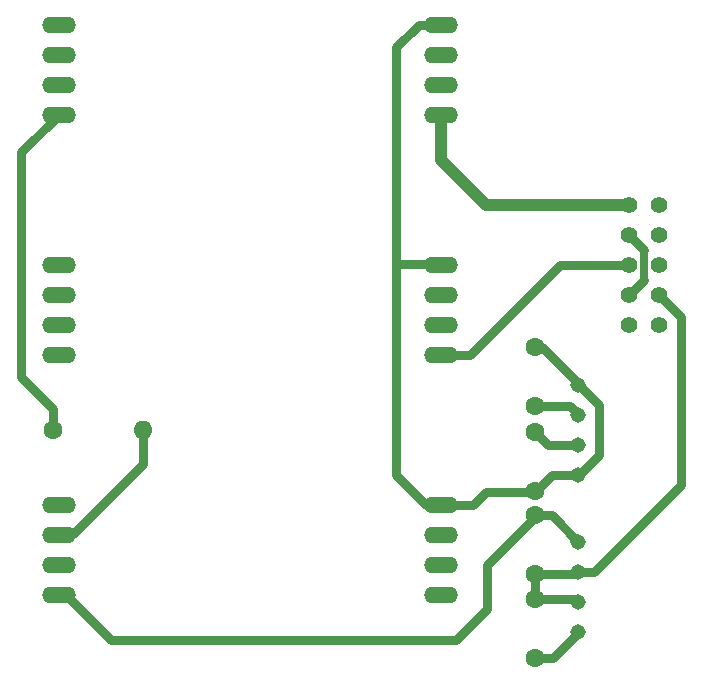
<source format=gbr>
%TF.GenerationSoftware,KiCad,Pcbnew,6.0.9-1.fc36*%
%TF.CreationDate,2022-12-06T19:06:56+01:00*%
%TF.ProjectId,iBolit_daughter,69426f6c-6974-45f6-9461-756768746572,rev?*%
%TF.SameCoordinates,Original*%
%TF.FileFunction,Copper,L2,Bot*%
%TF.FilePolarity,Positive*%
%FSLAX46Y46*%
G04 Gerber Fmt 4.6, Leading zero omitted, Abs format (unit mm)*
G04 Created by KiCad (PCBNEW 6.0.9-1.fc36) date 2022-12-06 19:06:56*
%MOMM*%
%LPD*%
G01*
G04 APERTURE LIST*
%TA.AperFunction,ComponentPad*%
%ADD10C,1.600000*%
%TD*%
%TA.AperFunction,ComponentPad*%
%ADD11O,1.600000X1.600000*%
%TD*%
%TA.AperFunction,ComponentPad*%
%ADD12C,1.308000*%
%TD*%
%TA.AperFunction,ComponentPad*%
%ADD13R,1.308000X1.308000*%
%TD*%
%TA.AperFunction,ComponentPad*%
%ADD14C,1.422400*%
%TD*%
%TA.AperFunction,ComponentPad*%
%ADD15O,2.844800X1.422400*%
%TD*%
%TA.AperFunction,Conductor*%
%ADD16C,0.762000*%
%TD*%
%TA.AperFunction,Conductor*%
%ADD17C,1.016000*%
%TD*%
%TA.AperFunction,Conductor*%
%ADD18C,0.700000*%
%TD*%
G04 APERTURE END LIST*
D10*
%TO.P,C9,1*%
%TO.N,Net-(JP5-Pad1)*%
X164084000Y-122381000D03*
%TO.P,C9,2*%
%TO.N,/GND1*%
X164084000Y-127381000D03*
%TD*%
%TO.P,C8,1*%
%TO.N,Net-(DC2-Pad2)*%
X164084000Y-115316000D03*
%TO.P,C8,2*%
%TO.N,/GND2*%
X164084000Y-120316000D03*
%TD*%
%TO.P,C6,1*%
%TO.N,/GND1*%
X164084000Y-129493000D03*
%TO.P,C6,2*%
%TO.N,/-12VIN*%
X164084000Y-134493000D03*
%TD*%
%TO.P,C7,1*%
%TO.N,/GND2*%
X164084000Y-108157000D03*
%TO.P,C7,2*%
%TO.N,/-12VOUT*%
X164084000Y-113157000D03*
%TD*%
%TO.P,R1,1,1*%
%TO.N,/+5VIN*%
X123230000Y-115150000D03*
D11*
%TO.P,R1,2,2*%
%TO.N,Net-(JP5-Pad3)*%
X130850000Y-115150000D03*
%TD*%
D12*
%TO.P,DC2,4,+VOUT*%
%TO.N,/GND2*%
X167741600Y-111353600D03*
%TO.P,DC2,3,-VOUT*%
%TO.N,/-12VOUT*%
X167741600Y-113893600D03*
%TO.P,DC2,2,+VIN*%
%TO.N,Net-(DC2-Pad2)*%
X167741600Y-116433600D03*
%TO.P,DC2,1,-VIN*%
%TO.N,/GND2*%
X167741600Y-118973600D03*
%TD*%
%TO.P,DC1,4,+VOUT*%
%TO.N,Net-(JP5-Pad1)*%
X167741600Y-124688600D03*
%TO.P,DC1,3,-VOUT*%
%TO.N,/GND1*%
X167741600Y-127228600D03*
%TO.P,DC1,2,+VIN*%
X167741600Y-129768600D03*
%TO.P,DC1,1,-VIN*%
%TO.N,/-12VIN*%
X167741600Y-132308600D03*
%TD*%
D13*
%TO.P,X3,GNDIN,GNDI*%
%TO.N,/GND1*%
X123736100Y-121513600D03*
%TO.P,X3,GNDOUT,GNDO*%
%TO.N,/GND2*%
X156121100Y-121513600D03*
%TO.P,X3,NC1,NC1*%
%TO.N,Net-(JP5-Pad3)*%
X123736100Y-124053600D03*
%TO.P,X3,NC2,NC2*%
%TO.N,Net-(JP5-Pad2)*%
X123736100Y-126593600D03*
%TO.P,X3,NC3,NC3*%
%TO.N,Net-(JP8-Pad3)*%
X156121100Y-126593600D03*
%TO.P,X3,NC4,NC4*%
%TO.N,Net-(JP8-Pad2)*%
X156121100Y-124053600D03*
%TO.P,X3,VIN,VIN*%
%TO.N,Net-(JP5-Pad1)*%
X123736100Y-129133600D03*
%TO.P,X3,VOUT,VOUT*%
%TO.N,Net-(DC2-Pad2)*%
X156121100Y-129133600D03*
%TD*%
%TO.P,X2,GNDIN,GNDI*%
%TO.N,/GND1*%
X123736100Y-101193600D03*
%TO.P,X2,GNDOUT,GNDO*%
%TO.N,/GND2*%
X156121100Y-101193600D03*
%TO.P,X2,NC1,NC1*%
%TO.N,Net-(JP4-Pad3)*%
X123736100Y-103733600D03*
%TO.P,X2,NC2,NC2*%
%TO.N,Net-(JP4-Pad2)*%
X123736100Y-106273600D03*
%TO.P,X2,NC3,NC3*%
%TO.N,Net-(JP7-Pad3)*%
X156121100Y-106273600D03*
%TO.P,X2,NC4,NC4*%
%TO.N,Net-(JP7-Pad2)*%
X156121100Y-103733600D03*
%TO.P,X2,VIN,VIN*%
%TO.N,/+12VIN*%
X123736100Y-108813600D03*
%TO.P,X2,VOUT,VOUT*%
%TO.N,/+12VOUT*%
X156121100Y-108813600D03*
%TD*%
%TO.P,X1,GNDIN,GNDI*%
%TO.N,/GND1*%
X123736100Y-80873600D03*
%TO.P,X1,GNDOUT,GNDO*%
%TO.N,/GND2*%
X156121100Y-80873600D03*
%TO.P,X1,NC1,NC1*%
%TO.N,Net-(JP3-Pad3)*%
X123736100Y-83413600D03*
%TO.P,X1,NC2,NC2*%
%TO.N,Net-(JP3-Pad2)*%
X123736100Y-85953600D03*
%TO.P,X1,NC3,NC3*%
%TO.N,Net-(JP6-Pad3)*%
X156121100Y-85953600D03*
%TO.P,X1,NC4,NC4*%
%TO.N,Net-(JP6-Pad2)*%
X156121100Y-83413600D03*
%TO.P,X1,VIN,VIN*%
%TO.N,/+5VIN*%
X123736100Y-88493600D03*
%TO.P,X1,VOUT,VOUT*%
%TO.N,/+5VOUT*%
X156121100Y-88493600D03*
%TD*%
D14*
%TO.P,JP2,1,1*%
%TO.N,/-12VIN*%
X174536100Y-106273600D03*
%TO.P,JP2,2,2*%
%TO.N,/-12VOUT*%
X171996100Y-106273600D03*
%TO.P,JP2,3,3*%
%TO.N,/GND1*%
X174536100Y-103733600D03*
%TO.P,JP2,4,4*%
%TO.N,/GND2*%
X171996100Y-103733600D03*
%TO.P,JP2,5,5*%
%TO.N,/+12VIN*%
X174536100Y-101193600D03*
%TO.P,JP2,6,6*%
%TO.N,/+12VOUT*%
X171996100Y-101193600D03*
%TO.P,JP2,7,7*%
%TO.N,/GND1*%
X174536100Y-98653600D03*
%TO.P,JP2,8,8*%
%TO.N,/GND2*%
X171996100Y-98653600D03*
%TO.P,JP2,9,9*%
%TO.N,/+5VIN*%
X174536100Y-96113600D03*
%TO.P,JP2,10,10*%
%TO.N,/+5VOUT*%
X171996100Y-96113600D03*
%TD*%
D15*
%TO.P,JP3,4,4*%
%TO.N,/GND1*%
X123736100Y-80873600D03*
%TO.P,JP3,3,3*%
%TO.N,Net-(JP3-Pad3)*%
X123736100Y-83413600D03*
%TO.P,JP3,2,2*%
%TO.N,Net-(JP3-Pad2)*%
X123736100Y-85953600D03*
%TO.P,JP3,1,1*%
%TO.N,/+5VIN*%
X123736100Y-88493600D03*
%TD*%
%TO.P,JP4,4,4*%
%TO.N,/GND1*%
X123736100Y-101193600D03*
%TO.P,JP4,3,3*%
%TO.N,Net-(JP4-Pad3)*%
X123736100Y-103733600D03*
%TO.P,JP4,2,2*%
%TO.N,Net-(JP4-Pad2)*%
X123736100Y-106273600D03*
%TO.P,JP4,1,1*%
%TO.N,/+12VIN*%
X123736100Y-108813600D03*
%TD*%
%TO.P,JP5,4,4*%
%TO.N,/GND1*%
X123736100Y-121513600D03*
%TO.P,JP5,3,3*%
%TO.N,Net-(JP5-Pad3)*%
X123736100Y-124053600D03*
%TO.P,JP5,2,2*%
%TO.N,Net-(JP5-Pad2)*%
X123736100Y-126593600D03*
%TO.P,JP5,1,1*%
%TO.N,Net-(JP5-Pad1)*%
X123736100Y-129133600D03*
%TD*%
%TO.P,JP6,4,4*%
%TO.N,/+5VOUT*%
X156121100Y-88493600D03*
%TO.P,JP6,3,3*%
%TO.N,Net-(JP6-Pad3)*%
X156121100Y-85953600D03*
%TO.P,JP6,2,2*%
%TO.N,Net-(JP6-Pad2)*%
X156121100Y-83413600D03*
%TO.P,JP6,1,1*%
%TO.N,/GND2*%
X156121100Y-80873600D03*
%TD*%
%TO.P,JP7,4,4*%
%TO.N,/+12VOUT*%
X156121100Y-108813600D03*
%TO.P,JP7,3,3*%
%TO.N,Net-(JP7-Pad3)*%
X156121100Y-106273600D03*
%TO.P,JP7,2,2*%
%TO.N,Net-(JP7-Pad2)*%
X156121100Y-103733600D03*
%TO.P,JP7,1,1*%
%TO.N,/GND2*%
X156121100Y-101193600D03*
%TD*%
%TO.P,JP8,4,4*%
%TO.N,Net-(DC2-Pad2)*%
X156121100Y-129133600D03*
%TO.P,JP8,3,3*%
%TO.N,Net-(JP8-Pad3)*%
X156121100Y-126593600D03*
%TO.P,JP8,2,2*%
%TO.N,Net-(JP8-Pad2)*%
X156121100Y-124053600D03*
%TO.P,JP8,1,1*%
%TO.N,/GND2*%
X156121100Y-121513600D03*
%TD*%
D16*
%TO.N,Net-(JP5-Pad1)*%
X160020000Y-126619000D02*
X164258000Y-122381000D01*
X167741600Y-124663200D02*
X167741600Y-124688600D01*
X165459400Y-122381000D02*
X167741600Y-124663200D01*
X164258000Y-122381000D02*
X165459400Y-122381000D01*
X160020000Y-130314700D02*
X160020000Y-126619000D01*
%TO.N,/GND1*%
X164084000Y-127381000D02*
X167589200Y-127381000D01*
%TO.N,Net-(JP5-Pad1)*%
X157391100Y-132943600D02*
X160020000Y-130314700D01*
%TO.N,/GND1*%
X167466000Y-129493000D02*
X167741600Y-129768600D01*
%TO.N,Net-(JP5-Pad1)*%
X128149350Y-132943600D02*
X157391100Y-132943600D01*
X124339350Y-129133600D02*
X128149350Y-132943600D01*
X123736100Y-129133600D02*
X124339350Y-129133600D01*
%TO.N,/GND1*%
X167589200Y-127381000D02*
X167741600Y-127228600D01*
X167741600Y-127228600D02*
X169062400Y-127228600D01*
X169062400Y-127228600D02*
X176441100Y-119849900D01*
X176441100Y-119849900D02*
X176441100Y-105638600D01*
X176441100Y-105638600D02*
X174536100Y-103733600D01*
X164084000Y-129493000D02*
X167466000Y-129493000D01*
%TO.N,/-12VIN*%
X167741600Y-132334000D02*
X167741600Y-132308600D01*
X164084000Y-134493000D02*
X165582600Y-134493000D01*
X165582600Y-134493000D02*
X167741600Y-132334000D01*
%TO.N,/+12VOUT*%
X171996100Y-101193600D02*
X166141400Y-101193600D01*
X166141400Y-101193600D02*
X158521400Y-108813600D01*
X158521400Y-108813600D02*
X156121100Y-108813600D01*
%TO.N,Net-(JP5-Pad3)*%
X130850000Y-115150000D02*
X130850000Y-118070000D01*
X130850000Y-118070000D02*
X124968000Y-123952000D01*
X124968000Y-123952000D02*
X123837700Y-123952000D01*
X123837700Y-123952000D02*
X123736100Y-124053600D01*
%TO.N,/GND2*%
X156121100Y-101193600D02*
X156019500Y-101092000D01*
X156019500Y-101092000D02*
X152400000Y-101092000D01*
X152400000Y-101092000D02*
X152311100Y-101003100D01*
X152311100Y-101003100D02*
X152311100Y-98653600D01*
%TO.N,/GND1*%
X164084000Y-127381000D02*
X164084000Y-129493000D01*
%TO.N,/GND2*%
X167767000Y-111353600D02*
X167767000Y-111252000D01*
X167767000Y-111252000D02*
X164672000Y-108157000D01*
X164672000Y-108157000D02*
X164084000Y-108157000D01*
%TO.N,/-12VOUT*%
X164084000Y-113157000D02*
X167030400Y-113157000D01*
X167030400Y-113157000D02*
X167767000Y-113893600D01*
%TO.N,/GND2*%
X167767000Y-118973600D02*
X169456100Y-117284500D01*
X169456100Y-117284500D02*
X169456100Y-113042700D01*
X169456100Y-113042700D02*
X167767000Y-111353600D01*
%TO.N,Net-(DC2-Pad2)*%
X164084000Y-115316000D02*
X165201600Y-116433600D01*
X165201600Y-116433600D02*
X167767000Y-116433600D01*
%TO.N,/GND2*%
X156121100Y-121513600D02*
X158791100Y-121513600D01*
X158791100Y-121513600D02*
X159908700Y-120396000D01*
X165506400Y-118973600D02*
X167767000Y-118973600D01*
X159908700Y-120396000D02*
X164084000Y-120396000D01*
X164084000Y-120396000D02*
X165506400Y-118973600D01*
%TO.N,/+5VIN*%
X123736100Y-88493600D02*
X120561100Y-91668600D01*
X120561100Y-91668600D02*
X120561100Y-110718600D01*
X120561100Y-110718600D02*
X123230000Y-113387500D01*
X123230000Y-113387500D02*
X123230000Y-115150000D01*
D17*
%TO.N,/+5VOUT*%
X171996100Y-96113600D02*
X159931100Y-96113600D01*
X159931100Y-96113600D02*
X156121100Y-92303600D01*
X156121100Y-92303600D02*
X156121100Y-88493600D01*
D16*
%TO.N,/GND2*%
X152311100Y-98653600D02*
X152311100Y-82778600D01*
X152311100Y-82778600D02*
X154216100Y-80873600D01*
X154216100Y-80873600D02*
X156121100Y-80873600D01*
X156121100Y-121513600D02*
X154851100Y-121513600D01*
X154851100Y-121513600D02*
X152311100Y-118973600D01*
X152311100Y-118973600D02*
X152311100Y-98653600D01*
X171996100Y-98653600D02*
X173266100Y-99923600D01*
D18*
X173266100Y-99923600D02*
X173266100Y-102463600D01*
D16*
X173266100Y-102463600D02*
X171996100Y-103733600D01*
%TD*%
M02*

</source>
